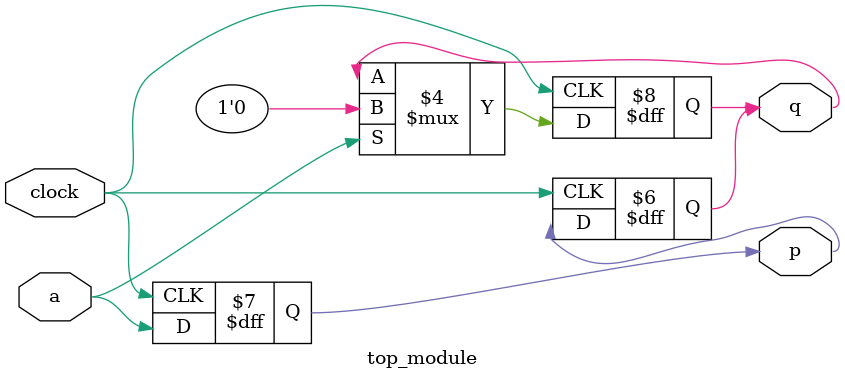
<source format=sv>
module top_module (
    input clock,
    input a,
    output reg p,
    output reg q
);

    always @(posedge clock)
    begin
        p <= a;
        if (a == 1) 
            q <= 0;
    end

    always @(negedge clock)
    begin
        q <= p;
    end

endmodule

</source>
